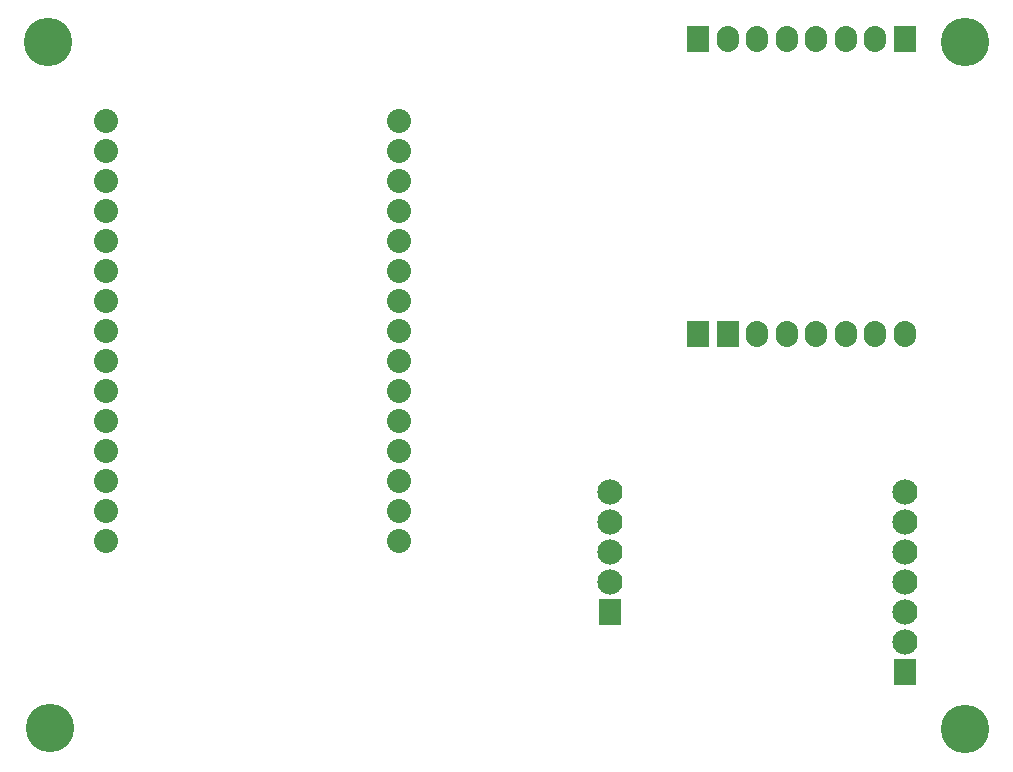
<source format=gts>
G04 Layer: TopSolderMaskLayer*
G04 EasyEDA v6.5.47, 2024-09-23 10:33:38*
G04 d3944284b6e04abc8746af3109f317fc,455023a0ac88494abd61f565c8365122,10*
G04 Gerber Generator version 0.2*
G04 Scale: 100 percent, Rotated: No, Reflected: No *
G04 Dimensions in millimeters *
G04 leading zeros omitted , absolute positions ,4 integer and 5 decimal *
%FSLAX45Y45*%
%MOMM*%

%AMMACRO1*4,1,8,-0.9211,-1.1007,-0.9508,-1.0707,-0.9508,1.071,-0.9211,1.1007,0.9209,1.1007,0.9508,1.071,0.9508,-1.0707,0.9209,-1.1007,-0.9211,-1.1007,0*%
%AMMACRO2*4,1,8,-0.9101,-1.0668,-0.9398,-1.0368,-0.9398,1.0371,-0.9101,1.0668,0.9098,1.0668,0.9398,1.0371,0.9398,-1.0368,0.9098,-1.0668,-0.9101,-1.0668,0*%
%ADD10C,2.0320*%
%ADD11MACRO1*%
%ADD12O,1.9015964X2.2015958*%
%ADD13C,2.1336*%
%ADD14MACRO2*%
%ADD15C,4.1016*%

%LPD*%
D10*
G01*
X4273092Y6107074D03*
G01*
X4273092Y6361074D03*
G01*
X4273092Y6615074D03*
G01*
X4273092Y6869074D03*
G01*
X4273092Y7123074D03*
G01*
X4273092Y7377074D03*
G01*
X4273092Y7631074D03*
G01*
X4273092Y7885074D03*
G01*
X4273092Y8139074D03*
G01*
X4273092Y8393074D03*
G01*
X4273092Y8647074D03*
G01*
X4273092Y8901074D03*
G01*
X4273092Y9155074D03*
G01*
X4273092Y9409074D03*
G01*
X4273092Y9663074D03*
G01*
X1796084Y9663074D03*
G01*
X1796084Y9409074D03*
G01*
X1796084Y9155074D03*
G01*
X1796084Y8901074D03*
G01*
X1796084Y8647074D03*
G01*
X1796084Y8393074D03*
G01*
X1796084Y8139074D03*
G01*
X1796084Y7885074D03*
G01*
X1796084Y7631074D03*
G01*
X1796084Y7377074D03*
G01*
X1796084Y7123074D03*
G01*
X1796084Y6869074D03*
G01*
X1796084Y6615074D03*
G01*
X1796084Y6361074D03*
G01*
X1796084Y6107074D03*
D11*
G01*
X7058494Y7855902D03*
D12*
G01*
X7308494Y7855915D03*
G01*
X7558506Y7855915D03*
D11*
G01*
X6808508Y7855902D03*
D12*
G01*
X7808493Y7855915D03*
G01*
X8058505Y7855915D03*
G01*
X8308492Y7855915D03*
G01*
X8558504Y7855915D03*
D11*
G01*
X6808508Y10355897D03*
D12*
G01*
X7058507Y10355910D03*
G01*
X7308494Y10355910D03*
G01*
X7558506Y10355910D03*
G01*
X7808493Y10355910D03*
G01*
X8058505Y10355910D03*
G01*
X8308492Y10355910D03*
D11*
G01*
X8558491Y10355897D03*
D13*
G01*
X8562086Y5503671D03*
G01*
X8562086Y5249671D03*
D14*
G01*
X8562213Y4995799D03*
D13*
G01*
X8562086Y5757671D03*
G01*
X8562086Y6011671D03*
G01*
X8562086Y6265671D03*
D14*
G01*
X6062218Y5503799D03*
D13*
G01*
X6062218Y5757671D03*
G01*
X6062218Y6011671D03*
G01*
X6062218Y6265671D03*
G01*
X6062218Y6519671D03*
G01*
X8562086Y6519671D03*
D15*
G01*
X1308100Y10325100D03*
G01*
X9067800Y10325100D03*
G01*
X9067800Y4508500D03*
G01*
X1320800Y4521200D03*
M02*

</source>
